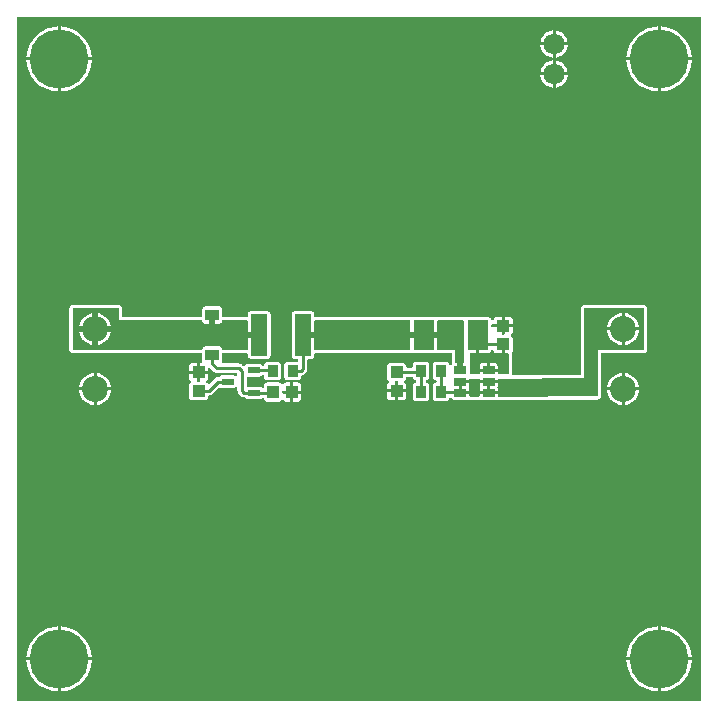
<source format=gtl>
G04 Layer: TopLayer*
G04 Panelize: , Column: 2, Row: 2, Board Size: 58.42mm x 58.42mm, Panelized Board Size: 118.84mm x 118.84mm*
G04 EasyEDA v6.5.34, 2023-08-01 23:33:27*
G04 e813da22b39b4b048ad4b72b4fcfa076,5a6b42c53f6a479593ecc07194224c93,10*
G04 Gerber Generator version 0.2*
G04 Scale: 100 percent, Rotated: No, Reflected: No *
G04 Dimensions in millimeters *
G04 leading zeros omitted , absolute positions ,4 integer and 5 decimal *
%FSLAX45Y45*%
%MOMM*%

%AMMACRO1*21,1,$1,$2,0,0,$3*%
%ADD10C,0.2540*%
%ADD11R,1.1000X1.0000*%
%ADD12R,0.8999X1.0000*%
%ADD13R,1.8000X2.5400*%
%ADD14R,1.0000X0.7000*%
%ADD15R,1.0000X1.1000*%
%ADD16R,1.1500X0.9500*%
%ADD17MACRO1,0.532X1.0375X90.0000*%
%ADD18MACRO1,3.4992X1.4067X-90.0000*%
%ADD19C,2.2000*%
%ADD20C,5.0000*%
%ADD21C,1.8000*%
%ADD22C,0.0188*%

%LPD*%
G36*
X5805932Y25908D02*
G01*
X36068Y26416D01*
X32156Y27178D01*
X28905Y29362D01*
X26670Y32664D01*
X25908Y36576D01*
X25908Y5805932D01*
X26670Y5809843D01*
X28905Y5813094D01*
X32156Y5815330D01*
X36068Y5816092D01*
X5805932Y5816092D01*
X5809843Y5815330D01*
X5813094Y5813094D01*
X5815330Y5809843D01*
X5816092Y5805932D01*
X5816092Y36068D01*
X5815330Y32207D01*
X5813094Y28905D01*
X5809843Y26670D01*
G37*

%LPC*%
G36*
X4584700Y5600700D02*
G01*
X4687112Y5600700D01*
X4686960Y5602528D01*
X4684268Y5616803D01*
X4679746Y5630672D01*
X4673549Y5643829D01*
X4665776Y5656122D01*
X4656480Y5667349D01*
X4645863Y5677306D01*
X4634077Y5685840D01*
X4621326Y5692851D01*
X4607814Y5698236D01*
X4593691Y5701842D01*
X4584700Y5702960D01*
G37*
G36*
X393700Y105562D02*
G01*
X398322Y105664D01*
X421284Y108051D01*
X443992Y112369D01*
X466242Y118618D01*
X487934Y126644D01*
X508812Y136499D01*
X528828Y148031D01*
X547827Y161239D01*
X565607Y175971D01*
X582117Y192125D01*
X597204Y209600D01*
X610819Y228295D01*
X622757Y248107D01*
X633018Y268782D01*
X641553Y290271D01*
X648208Y312369D01*
X653034Y334975D01*
X655929Y357936D01*
X656336Y368300D01*
X393700Y368300D01*
G37*
G36*
X5448300Y105613D02*
G01*
X5448300Y368300D01*
X5185410Y368300D01*
X5187289Y346405D01*
X5191150Y323646D01*
X5196890Y301244D01*
X5204460Y279450D01*
X5213858Y258317D01*
X5224983Y238099D01*
X5237784Y218846D01*
X5252161Y200710D01*
X5267960Y183896D01*
X5285130Y168402D01*
X5303520Y154432D01*
X5323027Y142087D01*
X5343499Y131368D01*
X5364835Y122428D01*
X5386781Y115265D01*
X5409285Y109982D01*
X5432145Y106629D01*
G37*
G36*
X368300Y105613D02*
G01*
X368300Y368300D01*
X105410Y368300D01*
X107289Y346405D01*
X111150Y323646D01*
X116890Y301244D01*
X124460Y279450D01*
X133858Y258317D01*
X144983Y238099D01*
X157784Y218846D01*
X172161Y200710D01*
X187960Y183896D01*
X205130Y168402D01*
X223520Y154432D01*
X243027Y142087D01*
X263499Y131368D01*
X284835Y122428D01*
X306781Y115265D01*
X329285Y109982D01*
X352145Y106629D01*
G37*
G36*
X5473700Y393700D02*
G01*
X5736336Y393700D01*
X5735929Y404063D01*
X5733034Y427024D01*
X5728208Y449630D01*
X5721553Y471728D01*
X5713018Y493217D01*
X5702757Y513892D01*
X5690819Y533704D01*
X5677204Y552348D01*
X5662117Y569874D01*
X5645607Y586028D01*
X5627827Y600760D01*
X5608828Y613968D01*
X5588812Y625500D01*
X5567934Y635355D01*
X5546242Y643382D01*
X5523992Y649630D01*
X5501284Y653948D01*
X5478322Y656336D01*
X5473700Y656437D01*
G37*
G36*
X393700Y393700D02*
G01*
X656336Y393700D01*
X655929Y404063D01*
X653034Y427024D01*
X648208Y449630D01*
X641553Y471728D01*
X633018Y493217D01*
X622757Y513892D01*
X610819Y533704D01*
X597204Y552348D01*
X582117Y569874D01*
X565607Y586028D01*
X547827Y600760D01*
X528828Y613968D01*
X508812Y625500D01*
X487934Y635355D01*
X466242Y643382D01*
X443992Y649630D01*
X421284Y653948D01*
X398322Y656336D01*
X393700Y656437D01*
G37*
G36*
X5185410Y393700D02*
G01*
X5448300Y393700D01*
X5448300Y656386D01*
X5432145Y655370D01*
X5409285Y652018D01*
X5386781Y646734D01*
X5364835Y639572D01*
X5343499Y630631D01*
X5323027Y619912D01*
X5303520Y607568D01*
X5285130Y593598D01*
X5267960Y578104D01*
X5252161Y561289D01*
X5237784Y543153D01*
X5224983Y523900D01*
X5213858Y503682D01*
X5204460Y482549D01*
X5196890Y460756D01*
X5191150Y438353D01*
X5187289Y415594D01*
G37*
G36*
X105410Y393700D02*
G01*
X368300Y393700D01*
X368300Y656386D01*
X352145Y655370D01*
X329285Y652018D01*
X306781Y646734D01*
X284835Y639572D01*
X263499Y630631D01*
X243027Y619912D01*
X223520Y607568D01*
X205130Y593598D01*
X187960Y578104D01*
X172161Y561289D01*
X157784Y543153D01*
X144983Y523900D01*
X133858Y503682D01*
X124460Y482549D01*
X116890Y460756D01*
X111150Y438353D01*
X107289Y415594D01*
G37*
G36*
X698500Y2531821D02*
G01*
X701598Y2532024D01*
X717143Y2534767D01*
X732282Y2539288D01*
X746760Y2545537D01*
X760476Y2553462D01*
X773125Y2562910D01*
X784656Y2573731D01*
X794816Y2585872D01*
X803503Y2599029D01*
X810564Y2613152D01*
X816000Y2628036D01*
X819607Y2643378D01*
X820877Y2654300D01*
X698500Y2654300D01*
G37*
G36*
X673100Y2531821D02*
G01*
X673100Y2654300D01*
X550722Y2654300D01*
X551992Y2643378D01*
X555599Y2628036D01*
X561035Y2613152D01*
X568096Y2599029D01*
X576783Y2585872D01*
X586943Y2573731D01*
X598424Y2562910D01*
X611124Y2553462D01*
X624789Y2545537D01*
X639318Y2539288D01*
X654456Y2534767D01*
X670001Y2532024D01*
G37*
G36*
X5143500Y2531872D02*
G01*
X5143500Y2654300D01*
X5021122Y2654300D01*
X5022392Y2643428D01*
X5025999Y2628036D01*
X5031435Y2613202D01*
X5038496Y2599080D01*
X5047183Y2585872D01*
X5057343Y2573731D01*
X5068874Y2562910D01*
X5081524Y2553462D01*
X5095240Y2545588D01*
X5109718Y2539288D01*
X5124856Y2534767D01*
X5140452Y2532024D01*
G37*
G36*
X5168900Y2531872D02*
G01*
X5171998Y2532024D01*
X5187543Y2534767D01*
X5202682Y2539288D01*
X5217210Y2545588D01*
X5230876Y2553462D01*
X5243576Y2562910D01*
X5255056Y2573731D01*
X5265216Y2585872D01*
X5273903Y2599080D01*
X5280964Y2613202D01*
X5286400Y2628036D01*
X5290007Y2643428D01*
X5291277Y2654300D01*
X5168900Y2654300D01*
G37*
G36*
X2366010Y2559913D02*
G01*
X2402738Y2559913D01*
X2409037Y2560624D01*
X2414524Y2562555D01*
X2419400Y2565603D01*
X2423515Y2569718D01*
X2426563Y2574594D01*
X2428494Y2580081D01*
X2429205Y2586380D01*
X2429205Y2628138D01*
X2366010Y2628138D01*
G37*
G36*
X2143861Y2559913D02*
G01*
X2242718Y2559913D01*
X2249068Y2560624D01*
X2254504Y2562555D01*
X2259431Y2565603D01*
X2263495Y2569718D01*
X2264714Y2571597D01*
X2267508Y2574544D01*
X2271268Y2576169D01*
X2275332Y2576169D01*
X2279091Y2574544D01*
X2281885Y2571597D01*
X2283104Y2569718D01*
X2287168Y2565603D01*
X2292096Y2562555D01*
X2297531Y2560624D01*
X2303881Y2559913D01*
X2340610Y2559913D01*
X2340610Y2628138D01*
X2279396Y2628138D01*
X2275484Y2628900D01*
X2272182Y2631084D01*
X2269998Y2634386D01*
X2269236Y2638298D01*
X2269236Y2643378D01*
X2269998Y2647238D01*
X2272182Y2650540D01*
X2275484Y2652776D01*
X2279396Y2653538D01*
X2340610Y2653538D01*
X2340610Y2721711D01*
X2303881Y2721711D01*
X2297531Y2721000D01*
X2292096Y2719120D01*
X2287168Y2716022D01*
X2283104Y2711958D01*
X2281885Y2710027D01*
X2279091Y2707081D01*
X2275332Y2705506D01*
X2271268Y2705506D01*
X2267508Y2707081D01*
X2264714Y2710027D01*
X2263495Y2711958D01*
X2259431Y2716022D01*
X2254504Y2719120D01*
X2249068Y2721000D01*
X2242718Y2721711D01*
X2143861Y2721711D01*
X2137562Y2721000D01*
X2132076Y2719120D01*
X2127199Y2716022D01*
X2123084Y2711958D01*
X2120036Y2707030D01*
X2118106Y2701594D01*
X2117394Y2695244D01*
X2117394Y2684475D01*
X2116632Y2680563D01*
X2114448Y2677312D01*
X2111146Y2675077D01*
X2107234Y2674315D01*
X2103374Y2675077D01*
X2100072Y2677312D01*
X2095804Y2681528D01*
X2090928Y2684627D01*
X2085441Y2686507D01*
X2079142Y2687218D01*
X1979168Y2687218D01*
X1975307Y2688031D01*
X1972005Y2690215D01*
X1969770Y2693517D01*
X1969007Y2697378D01*
X1969007Y2762046D01*
X1969770Y2765958D01*
X1972005Y2769260D01*
X1975307Y2771444D01*
X1979168Y2772206D01*
X2079142Y2772206D01*
X2085441Y2772918D01*
X2090928Y2774848D01*
X2095804Y2777947D01*
X2100021Y2782163D01*
X2103323Y2784348D01*
X2107234Y2785110D01*
X2111095Y2784348D01*
X2114397Y2782163D01*
X2116632Y2778861D01*
X2117394Y2774950D01*
X2117394Y2769209D01*
X2118106Y2762859D01*
X2119985Y2757424D01*
X2123084Y2752496D01*
X2127199Y2748432D01*
X2132076Y2745333D01*
X2137562Y2743403D01*
X2143861Y2742692D01*
X2232710Y2742692D01*
X2239060Y2743403D01*
X2244496Y2745333D01*
X2249424Y2748432D01*
X2253488Y2752496D01*
X2256586Y2757424D01*
X2258466Y2762859D01*
X2259177Y2769209D01*
X2259177Y2868066D01*
X2258466Y2874365D01*
X2256586Y2879852D01*
X2253488Y2884728D01*
X2249424Y2888843D01*
X2244496Y2891891D01*
X2239060Y2893822D01*
X2232710Y2894533D01*
X2143861Y2894533D01*
X2137562Y2893822D01*
X2132076Y2891891D01*
X2127199Y2888843D01*
X2123084Y2884728D01*
X2119985Y2879852D01*
X2118106Y2874365D01*
X2116785Y2869133D01*
X2114448Y2866186D01*
X2111197Y2864307D01*
X2107438Y2863748D01*
X2103780Y2864561D01*
X2100630Y2866694D01*
X2095804Y2871520D01*
X2090928Y2874619D01*
X2085441Y2876550D01*
X2079142Y2877261D01*
X1976526Y2877261D01*
X1970176Y2876550D01*
X1964740Y2874619D01*
X1959813Y2871520D01*
X1955749Y2867456D01*
X1952548Y2863545D01*
X1949297Y2861919D01*
X1945690Y2861513D01*
X1942185Y2862376D01*
X1939188Y2864459D01*
X1932635Y2870962D01*
X1926437Y2876092D01*
X1919782Y2879648D01*
X1912518Y2881833D01*
X1904492Y2882646D01*
X1767027Y2882646D01*
X1763217Y2883357D01*
X1760016Y2885440D01*
X1757781Y2888589D01*
X1756867Y2892348D01*
X1757425Y2896158D01*
X1759102Y2900934D01*
X1759813Y2907233D01*
X1759813Y2960522D01*
X1760575Y2964434D01*
X1762810Y2967736D01*
X1766062Y2969920D01*
X1769973Y2970682D01*
X1968855Y2970580D01*
X1972767Y2969818D01*
X1976069Y2967634D01*
X1978253Y2964332D01*
X1979015Y2960420D01*
X1979015Y2949041D01*
X1979726Y2942691D01*
X1981657Y2937256D01*
X1984705Y2932379D01*
X1988820Y2928264D01*
X1993696Y2925165D01*
X1999183Y2923286D01*
X2005482Y2922574D01*
X2145030Y2922574D01*
X2151329Y2923286D01*
X2156815Y2925165D01*
X2161692Y2928264D01*
X2165807Y2932379D01*
X2168906Y2937256D01*
X2170785Y2942691D01*
X2171496Y2949041D01*
X2171496Y3297834D01*
X2170785Y3304133D01*
X2168906Y3309620D01*
X2165807Y3314496D01*
X2161692Y3318611D01*
X2156815Y3321659D01*
X2151329Y3323590D01*
X2145030Y3324301D01*
X2005482Y3324301D01*
X1999183Y3323590D01*
X1993696Y3321659D01*
X1988820Y3318611D01*
X1984705Y3314496D01*
X1981657Y3309620D01*
X1979726Y3304133D01*
X1979015Y3297834D01*
X1979015Y3286607D01*
X1978253Y3282696D01*
X1976069Y3279394D01*
X1972767Y3277209D01*
X1968855Y3276447D01*
X1769973Y3276549D01*
X1766062Y3277311D01*
X1762760Y3279546D01*
X1760575Y3282848D01*
X1759813Y3286709D01*
X1759813Y3339592D01*
X1759102Y3345942D01*
X1757172Y3351377D01*
X1754124Y3356305D01*
X1750009Y3360369D01*
X1745132Y3363468D01*
X1739646Y3365347D01*
X1733346Y3366058D01*
X1619453Y3366058D01*
X1613154Y3365347D01*
X1607667Y3363468D01*
X1602790Y3360369D01*
X1598676Y3356305D01*
X1595628Y3351377D01*
X1593697Y3345942D01*
X1592986Y3339592D01*
X1592986Y3286810D01*
X1592224Y3282950D01*
X1589989Y3279648D01*
X1586738Y3277463D01*
X1582826Y3276650D01*
X925068Y3277057D01*
X921156Y3277870D01*
X917854Y3280054D01*
X915669Y3283356D01*
X914908Y3287217D01*
X914908Y3352241D01*
X914196Y3358540D01*
X912266Y3364026D01*
X909218Y3368903D01*
X905103Y3373018D01*
X900226Y3376066D01*
X894740Y3377996D01*
X888441Y3378708D01*
X495858Y3378708D01*
X489559Y3377996D01*
X484073Y3376066D01*
X479196Y3373018D01*
X475081Y3368903D01*
X472033Y3364026D01*
X470103Y3358540D01*
X469392Y3352241D01*
X469392Y2997758D01*
X470103Y2991459D01*
X472033Y2985973D01*
X475081Y2981096D01*
X479196Y2976981D01*
X484073Y2973933D01*
X489559Y2972003D01*
X495858Y2971292D01*
X1582826Y2970784D01*
X1586738Y2970022D01*
X1590040Y2967786D01*
X1592224Y2964484D01*
X1592986Y2960624D01*
X1592986Y2907233D01*
X1593697Y2900934D01*
X1594307Y2899156D01*
X1594866Y2895346D01*
X1594002Y2891586D01*
X1591767Y2888437D01*
X1588516Y2886354D01*
X1584756Y2885643D01*
X1574800Y2885643D01*
X1574800Y2822448D01*
X1643024Y2822448D01*
X1643024Y2836418D01*
X1643786Y2840278D01*
X1645970Y2843580D01*
X1649272Y2845765D01*
X1653184Y2846578D01*
X1657045Y2845765D01*
X1660347Y2843580D01*
X1686864Y2817063D01*
X1693062Y2811983D01*
X1699768Y2808427D01*
X1706981Y2806192D01*
X1715007Y2805430D01*
X1881632Y2805430D01*
X1885543Y2804668D01*
X1888845Y2802432D01*
X1891030Y2799130D01*
X1891792Y2795270D01*
X1891792Y2784703D01*
X1890877Y2780538D01*
X1888337Y2777083D01*
X1884578Y2775000D01*
X1880260Y2774645D01*
X1876247Y2776118D01*
X1870659Y2779623D01*
X1865223Y2781503D01*
X1858873Y2782214D01*
X1756257Y2782214D01*
X1749958Y2781503D01*
X1744472Y2779623D01*
X1739646Y2776575D01*
X1734566Y2771394D01*
X1731670Y2769362D01*
X1728266Y2768396D01*
X1719681Y2767533D01*
X1712468Y2765348D01*
X1705762Y2761792D01*
X1699564Y2756662D01*
X1654556Y2711704D01*
X1651609Y2709621D01*
X1648104Y2708757D01*
X1644497Y2709164D01*
X1641246Y2710789D01*
X1638807Y2713482D01*
X1637283Y2715869D01*
X1633220Y2719933D01*
X1631340Y2721152D01*
X1628394Y2723946D01*
X1626768Y2727706D01*
X1626768Y2731770D01*
X1628394Y2735529D01*
X1631340Y2738323D01*
X1633220Y2739542D01*
X1637283Y2743606D01*
X1640382Y2748534D01*
X1642313Y2753969D01*
X1643024Y2760319D01*
X1643024Y2797048D01*
X1574800Y2797048D01*
X1574800Y2735783D01*
X1574038Y2731922D01*
X1571802Y2728620D01*
X1568551Y2726436D01*
X1564640Y2725623D01*
X1559560Y2725623D01*
X1555648Y2726436D01*
X1552397Y2728620D01*
X1550162Y2731922D01*
X1549400Y2735783D01*
X1549400Y2797048D01*
X1481175Y2797048D01*
X1481175Y2760319D01*
X1481886Y2753969D01*
X1483817Y2748534D01*
X1486916Y2743606D01*
X1490980Y2739542D01*
X1492859Y2738323D01*
X1495806Y2735529D01*
X1497431Y2731770D01*
X1497431Y2727706D01*
X1495806Y2723946D01*
X1492859Y2721152D01*
X1490980Y2719933D01*
X1486916Y2715869D01*
X1483817Y2710942D01*
X1481886Y2705506D01*
X1481175Y2699156D01*
X1481175Y2600299D01*
X1481886Y2594000D01*
X1483817Y2588514D01*
X1486916Y2583637D01*
X1490980Y2579522D01*
X1495907Y2576474D01*
X1501343Y2574544D01*
X1507693Y2573832D01*
X1616506Y2573832D01*
X1622856Y2574544D01*
X1628292Y2576474D01*
X1633220Y2579522D01*
X1637283Y2583637D01*
X1640382Y2588514D01*
X1642313Y2594000D01*
X1643024Y2601569D01*
X1643684Y2605227D01*
X1645615Y2608376D01*
X1648612Y2610612D01*
X1652168Y2611678D01*
X1654708Y2611932D01*
X1661972Y2614117D01*
X1668627Y2617673D01*
X1674875Y2622804D01*
X1731060Y2678988D01*
X1733804Y2680919D01*
X1737106Y2681884D01*
X1740458Y2681681D01*
X1744472Y2679852D01*
X1749958Y2677922D01*
X1756257Y2677210D01*
X1858873Y2677210D01*
X1865223Y2677922D01*
X1870659Y2679852D01*
X1876247Y2683357D01*
X1880260Y2684830D01*
X1884578Y2684475D01*
X1888337Y2682392D01*
X1890877Y2678938D01*
X1891792Y2674721D01*
X1891792Y2654046D01*
X1892604Y2646019D01*
X1894789Y2638755D01*
X1898345Y2632100D01*
X1903475Y2625852D01*
X1921560Y2607767D01*
X1927758Y2602687D01*
X1934413Y2599131D01*
X1941677Y2596896D01*
X1948434Y2596235D01*
X1951837Y2595270D01*
X1954733Y2593238D01*
X1959914Y2587853D01*
X1964740Y2584856D01*
X1970176Y2582926D01*
X1976526Y2582214D01*
X2079142Y2582214D01*
X2085441Y2582926D01*
X2090928Y2584856D01*
X2095804Y2587904D01*
X2100122Y2592273D01*
X2103272Y2594356D01*
X2106930Y2595219D01*
X2110689Y2594660D01*
X2113940Y2592781D01*
X2116328Y2589834D01*
X2117445Y2586228D01*
X2118106Y2580081D01*
X2120036Y2574594D01*
X2123084Y2569718D01*
X2127199Y2565603D01*
X2132076Y2562555D01*
X2137562Y2560624D01*
G37*
G36*
X4456887Y5600700D02*
G01*
X4559300Y5600700D01*
X4559300Y5702960D01*
X4550308Y5701842D01*
X4536186Y5698236D01*
X4522673Y5692851D01*
X4509922Y5685840D01*
X4498136Y5677306D01*
X4487519Y5667349D01*
X4478223Y5656122D01*
X4470450Y5643829D01*
X4464253Y5630672D01*
X4459732Y5616803D01*
X4457039Y5602528D01*
G37*
G36*
X3401161Y2565704D02*
G01*
X3490010Y2565704D01*
X3496360Y2566416D01*
X3501796Y2568295D01*
X3506724Y2571394D01*
X3510787Y2575509D01*
X3513886Y2580386D01*
X3515817Y2585872D01*
X3516528Y2592171D01*
X3516528Y2691028D01*
X3515817Y2697327D01*
X3513886Y2702814D01*
X3510787Y2707690D01*
X3506724Y2711805D01*
X3501796Y2714904D01*
X3496360Y2716784D01*
X3493211Y2717139D01*
X3489706Y2718206D01*
X3486759Y2720492D01*
X3484879Y2723642D01*
X3484168Y2727248D01*
X3484168Y2733751D01*
X3484879Y2737358D01*
X3486759Y2740507D01*
X3489706Y2742793D01*
X3493211Y2743860D01*
X3496310Y2744216D01*
X3501796Y2746095D01*
X3506673Y2749194D01*
X3510787Y2753258D01*
X3513886Y2758186D01*
X3515766Y2763621D01*
X3516477Y2769971D01*
X3516477Y2868828D01*
X3515766Y2875127D01*
X3513886Y2880614D01*
X3510787Y2885490D01*
X3506673Y2889605D01*
X3501796Y2892653D01*
X3496310Y2894584D01*
X3490010Y2895295D01*
X3401161Y2895295D01*
X3394811Y2894584D01*
X3389376Y2892653D01*
X3384499Y2889605D01*
X3380384Y2885490D01*
X3377285Y2880614D01*
X3375406Y2875127D01*
X3374694Y2868828D01*
X3374694Y2858465D01*
X3373882Y2854604D01*
X3371697Y2851302D01*
X3368395Y2849118D01*
X3364534Y2848305D01*
X3329584Y2848305D01*
X3325926Y2849016D01*
X3322726Y2850946D01*
X3320491Y2853944D01*
X3319475Y2857500D01*
X3318662Y2865526D01*
X3316782Y2870911D01*
X3313684Y2875838D01*
X3309620Y2879902D01*
X3304692Y2883001D01*
X3299256Y2884932D01*
X3292906Y2885643D01*
X3184093Y2885643D01*
X3177743Y2884932D01*
X3172307Y2883001D01*
X3167380Y2879902D01*
X3163316Y2875838D01*
X3160217Y2870911D01*
X3158286Y2865475D01*
X3157575Y2859125D01*
X3157575Y2760268D01*
X3158286Y2753969D01*
X3160217Y2748483D01*
X3163316Y2743606D01*
X3167380Y2739491D01*
X3169259Y2738323D01*
X3172206Y2735529D01*
X3173831Y2731770D01*
X3173831Y2727706D01*
X3172206Y2723946D01*
X3169259Y2721102D01*
X3167380Y2719933D01*
X3163316Y2715818D01*
X3160217Y2710942D01*
X3158286Y2705506D01*
X3157575Y2699156D01*
X3157575Y2662428D01*
X3225800Y2662428D01*
X3225800Y2723642D01*
X3226562Y2727553D01*
X3228797Y2730855D01*
X3232048Y2733040D01*
X3235960Y2733802D01*
X3241040Y2733802D01*
X3244951Y2733040D01*
X3248202Y2730855D01*
X3250438Y2727553D01*
X3251200Y2723642D01*
X3251200Y2662428D01*
X3319424Y2662428D01*
X3319424Y2699156D01*
X3318713Y2705506D01*
X3316782Y2710942D01*
X3313684Y2715818D01*
X3309620Y2719933D01*
X3307740Y2721102D01*
X3304794Y2723946D01*
X3303168Y2727706D01*
X3303168Y2731770D01*
X3304794Y2735529D01*
X3307740Y2738323D01*
X3309620Y2739491D01*
X3313684Y2743606D01*
X3316782Y2748483D01*
X3318662Y2753918D01*
X3319475Y2761945D01*
X3320491Y2765501D01*
X3322726Y2768498D01*
X3325926Y2770428D01*
X3329584Y2771089D01*
X3365550Y2771089D01*
X3369614Y2770276D01*
X3373018Y2767838D01*
X3375151Y2764332D01*
X3377285Y2758186D01*
X3380384Y2753258D01*
X3384499Y2749194D01*
X3389376Y2746095D01*
X3394811Y2744216D01*
X3397961Y2743860D01*
X3401466Y2742793D01*
X3404412Y2740507D01*
X3406292Y2737358D01*
X3406952Y2733751D01*
X3406952Y2727248D01*
X3406292Y2723642D01*
X3404412Y2720492D01*
X3401466Y2718206D01*
X3397961Y2717139D01*
X3394862Y2716784D01*
X3389376Y2714904D01*
X3384499Y2711805D01*
X3380384Y2707690D01*
X3377336Y2702814D01*
X3375406Y2697327D01*
X3374694Y2691028D01*
X3374694Y2592171D01*
X3375406Y2585872D01*
X3377336Y2580386D01*
X3380384Y2575509D01*
X3384499Y2571394D01*
X3389376Y2568295D01*
X3394862Y2566416D01*
G37*
G36*
X3571189Y2565704D02*
G01*
X3660038Y2565704D01*
X3666337Y2566416D01*
X3671824Y2568295D01*
X3676700Y2571394D01*
X3680815Y2575509D01*
X3683863Y2580386D01*
X3686149Y2586939D01*
X3687419Y2589377D01*
X3689908Y2591917D01*
X3693718Y2593898D01*
X3697986Y2594152D01*
X3701999Y2592578D01*
X3704996Y2589530D01*
X3708704Y2583637D01*
X3712768Y2579522D01*
X3717696Y2576474D01*
X3723132Y2574544D01*
X3729482Y2573832D01*
X3828338Y2573832D01*
X3834637Y2574544D01*
X3839514Y2576271D01*
X3842867Y2576830D01*
X3954932Y2576830D01*
X3958285Y2576271D01*
X3963162Y2574544D01*
X3969461Y2573832D01*
X4068318Y2573832D01*
X4074668Y2574544D01*
X4079494Y2576271D01*
X4082846Y2576830D01*
X4939741Y2577592D01*
X4946040Y2578303D01*
X4951526Y2580233D01*
X4956403Y2583281D01*
X4960518Y2587396D01*
X4963566Y2592273D01*
X4965496Y2597759D01*
X4966208Y2604058D01*
X4966208Y2961132D01*
X4966970Y2964992D01*
X4969154Y2968294D01*
X4972456Y2970530D01*
X4976368Y2971292D01*
X5333441Y2971292D01*
X5339740Y2972003D01*
X5345226Y2973933D01*
X5350103Y2976981D01*
X5354218Y2981096D01*
X5357266Y2985973D01*
X5359196Y2991459D01*
X5359908Y2997758D01*
X5359908Y3352241D01*
X5359196Y3358540D01*
X5357266Y3364026D01*
X5354218Y3368903D01*
X5350103Y3373018D01*
X5345226Y3376066D01*
X5339740Y3377996D01*
X5333441Y3378708D01*
X4826558Y3378708D01*
X4820259Y3377996D01*
X4814773Y3376066D01*
X4809896Y3373018D01*
X4805781Y3368903D01*
X4802682Y3364026D01*
X4800803Y3358540D01*
X4800092Y3352241D01*
X4800092Y2791917D01*
X4799330Y2788056D01*
X4797094Y2784754D01*
X4793792Y2782570D01*
X4789932Y2781757D01*
X4226864Y2781401D01*
X4222750Y2782265D01*
X4219295Y2784754D01*
X4217212Y2788462D01*
X4216908Y2793796D01*
X4216908Y2976778D01*
X4217314Y2979572D01*
X4218482Y2982214D01*
X4220413Y2987700D01*
X4221124Y2993999D01*
X4221124Y3092856D01*
X4220413Y3099206D01*
X4218482Y3104642D01*
X4215384Y3109518D01*
X4208526Y3116783D01*
X4206494Y3119780D01*
X4205579Y3123285D01*
X4205986Y3126892D01*
X4207662Y3130143D01*
X4211320Y3133191D01*
X4215384Y3137306D01*
X4218482Y3142183D01*
X4220413Y3147669D01*
X4221124Y3153968D01*
X4221124Y3190697D01*
X4152900Y3190697D01*
X4152900Y3134106D01*
X4152137Y3130194D01*
X4149902Y3126892D01*
X4146651Y3124708D01*
X4142740Y3123946D01*
X4137660Y3123946D01*
X4133748Y3124708D01*
X4130497Y3126892D01*
X4128262Y3130194D01*
X4127500Y3134106D01*
X4127500Y3190697D01*
X4050284Y3190697D01*
X4046372Y3191510D01*
X4043070Y3193694D01*
X4040886Y3196996D01*
X4040124Y3200857D01*
X4040124Y3205937D01*
X4040886Y3209848D01*
X4043070Y3213150D01*
X4046372Y3215335D01*
X4050284Y3216097D01*
X4127500Y3216097D01*
X4127500Y3279343D01*
X4085793Y3279343D01*
X4079443Y3278632D01*
X4074007Y3276701D01*
X4069079Y3273602D01*
X4065015Y3269538D01*
X4061917Y3264611D01*
X4059986Y3259175D01*
X4059631Y3255822D01*
X4058310Y3251809D01*
X4055465Y3248710D01*
X4051655Y3246983D01*
X4047439Y3246983D01*
X4043578Y3248710D01*
X4040733Y3251809D01*
X4037482Y3261664D01*
X4034383Y3266541D01*
X4030319Y3270656D01*
X4025392Y3273704D01*
X4019956Y3275634D01*
X4013606Y3276346D01*
X3834790Y3276346D01*
X3828440Y3275634D01*
X3825443Y3274567D01*
X3822090Y3274009D01*
X3818737Y3274567D01*
X3815740Y3275634D01*
X3809441Y3276346D01*
X2552344Y3276346D01*
X2548432Y3277108D01*
X2545130Y3279292D01*
X2542946Y3282594D01*
X2542184Y3286506D01*
X2542184Y3297834D01*
X2541473Y3304133D01*
X2539542Y3309620D01*
X2536494Y3314496D01*
X2532380Y3318611D01*
X2527503Y3321659D01*
X2522016Y3323590D01*
X2515717Y3324301D01*
X2376170Y3324301D01*
X2369870Y3323590D01*
X2364384Y3321659D01*
X2359507Y3318611D01*
X2355392Y3314496D01*
X2352294Y3309620D01*
X2350414Y3304133D01*
X2349703Y3297834D01*
X2349703Y2949041D01*
X2350414Y2942691D01*
X2352294Y2937256D01*
X2355392Y2932379D01*
X2359507Y2928264D01*
X2364384Y2925165D01*
X2369870Y2923286D01*
X2376170Y2922574D01*
X2397150Y2922574D01*
X2401062Y2921762D01*
X2404364Y2919577D01*
X2406548Y2916275D01*
X2407310Y2912414D01*
X2407310Y2904693D01*
X2406548Y2900781D01*
X2404364Y2897530D01*
X2401062Y2895295D01*
X2397150Y2894533D01*
X2313889Y2894533D01*
X2307539Y2893822D01*
X2302103Y2891891D01*
X2297176Y2888843D01*
X2293112Y2884728D01*
X2290013Y2879852D01*
X2288082Y2874365D01*
X2287371Y2868066D01*
X2287371Y2769209D01*
X2288082Y2762859D01*
X2290013Y2757424D01*
X2293112Y2752496D01*
X2297176Y2748432D01*
X2302103Y2745333D01*
X2307539Y2743403D01*
X2313889Y2742692D01*
X2402738Y2742692D01*
X2409037Y2743403D01*
X2414524Y2745333D01*
X2419400Y2748432D01*
X2423515Y2752496D01*
X2426563Y2757424D01*
X2428494Y2762859D01*
X2429205Y2769209D01*
X2429205Y2772054D01*
X2430119Y2776220D01*
X2432659Y2779674D01*
X2436418Y2781757D01*
X2440482Y2783027D01*
X2447137Y2786583D01*
X2453335Y2791663D01*
X2472893Y2811221D01*
X2477973Y2817418D01*
X2481580Y2824124D01*
X2483764Y2831338D01*
X2484526Y2839364D01*
X2484526Y2912414D01*
X2485339Y2916275D01*
X2487523Y2919577D01*
X2490825Y2921762D01*
X2494686Y2922574D01*
X2515717Y2922574D01*
X2522016Y2923286D01*
X2527503Y2925165D01*
X2532380Y2928264D01*
X2536494Y2932379D01*
X2539542Y2937256D01*
X2541473Y2942691D01*
X2542184Y2949041D01*
X2542184Y2960370D01*
X2542946Y2964230D01*
X2545130Y2967532D01*
X2548432Y2969768D01*
X2552344Y2970530D01*
X3697732Y2970530D01*
X3701643Y2969768D01*
X3704894Y2967532D01*
X3707129Y2964230D01*
X3707892Y2960370D01*
X3707892Y2877464D01*
X3707587Y2874975D01*
X3704996Y2869590D01*
X3702253Y2866339D01*
X3698392Y2864561D01*
X3694125Y2864459D01*
X3690213Y2866136D01*
X3687318Y2869285D01*
X3685997Y2873298D01*
X3685794Y2875127D01*
X3683863Y2880614D01*
X3680764Y2885490D01*
X3676700Y2889605D01*
X3671773Y2892653D01*
X3666337Y2894584D01*
X3659987Y2895295D01*
X3571138Y2895295D01*
X3564839Y2894584D01*
X3559352Y2892653D01*
X3554476Y2889605D01*
X3550361Y2885490D01*
X3547313Y2880614D01*
X3545382Y2875127D01*
X3544671Y2868828D01*
X3544671Y2769971D01*
X3545382Y2763621D01*
X3547313Y2758186D01*
X3550361Y2753258D01*
X3554476Y2749194D01*
X3559352Y2746095D01*
X3564839Y2744216D01*
X3567937Y2743860D01*
X3571494Y2742793D01*
X3574389Y2740507D01*
X3576320Y2737358D01*
X3576980Y2733751D01*
X3576980Y2727248D01*
X3576320Y2723642D01*
X3574389Y2720492D01*
X3571494Y2718206D01*
X3567937Y2717139D01*
X3564839Y2716784D01*
X3559403Y2714904D01*
X3554476Y2711805D01*
X3550412Y2707690D01*
X3547313Y2702814D01*
X3545433Y2697327D01*
X3544722Y2691028D01*
X3544722Y2592171D01*
X3545433Y2585872D01*
X3547313Y2580386D01*
X3550412Y2575509D01*
X3554476Y2571394D01*
X3559403Y2568295D01*
X3564839Y2566416D01*
G37*
G36*
X3251200Y2573832D02*
G01*
X3292906Y2573832D01*
X3299256Y2574544D01*
X3304692Y2576423D01*
X3309620Y2579522D01*
X3313684Y2583637D01*
X3316782Y2588514D01*
X3318713Y2594000D01*
X3319424Y2600299D01*
X3319424Y2637028D01*
X3251200Y2637028D01*
G37*
G36*
X3184093Y2573832D02*
G01*
X3225800Y2573832D01*
X3225800Y2637028D01*
X3157575Y2637028D01*
X3157575Y2600299D01*
X3158286Y2594000D01*
X3160217Y2588514D01*
X3163316Y2583637D01*
X3167380Y2579522D01*
X3172307Y2576423D01*
X3177743Y2574544D01*
G37*
G36*
X105410Y5473700D02*
G01*
X368300Y5473700D01*
X368300Y5736386D01*
X352145Y5735370D01*
X329285Y5732018D01*
X306781Y5726734D01*
X284835Y5719572D01*
X263499Y5710631D01*
X243027Y5699912D01*
X223520Y5687568D01*
X205130Y5673598D01*
X187960Y5658104D01*
X172161Y5641289D01*
X157784Y5623153D01*
X144983Y5603900D01*
X133858Y5583682D01*
X124460Y5562549D01*
X116890Y5540756D01*
X111150Y5518353D01*
X107289Y5495594D01*
G37*
G36*
X5185410Y5473700D02*
G01*
X5448300Y5473700D01*
X5448300Y5736386D01*
X5432145Y5735370D01*
X5409285Y5732018D01*
X5386781Y5726734D01*
X5364835Y5719572D01*
X5343499Y5710631D01*
X5323027Y5699912D01*
X5303520Y5687568D01*
X5285130Y5673598D01*
X5267960Y5658104D01*
X5252161Y5641289D01*
X5237784Y5623153D01*
X5224983Y5603900D01*
X5213858Y5583682D01*
X5204460Y5562549D01*
X5196890Y5540756D01*
X5191150Y5518353D01*
X5187289Y5495594D01*
G37*
G36*
X5473700Y5473700D02*
G01*
X5736336Y5473700D01*
X5735929Y5484063D01*
X5733034Y5507024D01*
X5728208Y5529630D01*
X5721553Y5551728D01*
X5713018Y5573217D01*
X5702757Y5593892D01*
X5690819Y5613704D01*
X5677204Y5632348D01*
X5662117Y5649874D01*
X5645607Y5666028D01*
X5627827Y5680760D01*
X5608828Y5693968D01*
X5588812Y5705500D01*
X5567934Y5715355D01*
X5546242Y5723382D01*
X5523992Y5729630D01*
X5501284Y5733948D01*
X5478322Y5736336D01*
X5473700Y5736437D01*
G37*
G36*
X393700Y5473700D02*
G01*
X656336Y5473700D01*
X655929Y5484063D01*
X653034Y5507024D01*
X648208Y5529630D01*
X641553Y5551728D01*
X633018Y5573217D01*
X622757Y5593892D01*
X610819Y5613704D01*
X597204Y5632348D01*
X582117Y5649874D01*
X565607Y5666028D01*
X547827Y5680760D01*
X528828Y5693968D01*
X508812Y5705500D01*
X487934Y5715355D01*
X466242Y5723382D01*
X443992Y5729630D01*
X421284Y5733948D01*
X398322Y5736336D01*
X393700Y5736437D01*
G37*
G36*
X4559300Y5473039D02*
G01*
X4559300Y5575300D01*
X4456887Y5575300D01*
X4457039Y5573471D01*
X4459732Y5559196D01*
X4464253Y5545328D01*
X4470450Y5532170D01*
X4478223Y5519877D01*
X4487519Y5508650D01*
X4498136Y5498693D01*
X4509922Y5490159D01*
X4522673Y5483148D01*
X4536186Y5477764D01*
X4550308Y5474157D01*
G37*
G36*
X4584700Y5473039D02*
G01*
X4593691Y5474157D01*
X4607814Y5477764D01*
X4621326Y5483148D01*
X4634077Y5490159D01*
X4645863Y5498693D01*
X4656480Y5508650D01*
X4665776Y5519877D01*
X4673549Y5532170D01*
X4679746Y5545328D01*
X4684268Y5559196D01*
X4686960Y5573471D01*
X4687112Y5575300D01*
X4584700Y5575300D01*
G37*
G36*
X4584700Y5346700D02*
G01*
X4687112Y5346700D01*
X4686960Y5348528D01*
X4684268Y5362803D01*
X4679746Y5376672D01*
X4673549Y5389829D01*
X4665776Y5402122D01*
X4656480Y5413349D01*
X4645863Y5423306D01*
X4634077Y5431840D01*
X4621326Y5438851D01*
X4607814Y5444236D01*
X4593691Y5447842D01*
X4584700Y5448960D01*
G37*
G36*
X4456887Y5346700D02*
G01*
X4559300Y5346700D01*
X4559300Y5448960D01*
X4550308Y5447842D01*
X4536186Y5444236D01*
X4522673Y5438851D01*
X4509922Y5431840D01*
X4498136Y5423306D01*
X4487519Y5413349D01*
X4478223Y5402122D01*
X4470450Y5389829D01*
X4464253Y5376672D01*
X4459732Y5362803D01*
X4457039Y5348528D01*
G37*
G36*
X4584700Y5219039D02*
G01*
X4593691Y5220157D01*
X4607814Y5223764D01*
X4621326Y5229148D01*
X4634077Y5236159D01*
X4645863Y5244693D01*
X4656480Y5254650D01*
X4665776Y5265877D01*
X4673549Y5278170D01*
X4679746Y5291328D01*
X4684268Y5305196D01*
X4686960Y5319471D01*
X4687112Y5321300D01*
X4584700Y5321300D01*
G37*
G36*
X4559300Y5219039D02*
G01*
X4559300Y5321300D01*
X4456887Y5321300D01*
X4457039Y5319471D01*
X4459732Y5305196D01*
X4464253Y5291328D01*
X4470450Y5278170D01*
X4478223Y5265877D01*
X4487519Y5254650D01*
X4498136Y5244693D01*
X4509922Y5236159D01*
X4522673Y5229148D01*
X4536186Y5223764D01*
X4550308Y5220157D01*
G37*
G36*
X368300Y5185613D02*
G01*
X368300Y5448300D01*
X105410Y5448300D01*
X107289Y5426405D01*
X111150Y5403646D01*
X116890Y5381244D01*
X124460Y5359450D01*
X133858Y5338318D01*
X144983Y5318099D01*
X157784Y5298846D01*
X172161Y5280710D01*
X187960Y5263896D01*
X205130Y5248402D01*
X223520Y5234432D01*
X243027Y5222087D01*
X263499Y5211368D01*
X284835Y5202428D01*
X306781Y5195265D01*
X329285Y5189982D01*
X352145Y5186629D01*
G37*
G36*
X2366010Y2653538D02*
G01*
X2429205Y2653538D01*
X2429205Y2695244D01*
X2428494Y2701594D01*
X2426563Y2707030D01*
X2423515Y2711958D01*
X2419400Y2716022D01*
X2414524Y2719120D01*
X2409037Y2721000D01*
X2402738Y2721711D01*
X2366010Y2721711D01*
G37*
G36*
X5448300Y5185613D02*
G01*
X5448300Y5448300D01*
X5185410Y5448300D01*
X5187289Y5426405D01*
X5191150Y5403646D01*
X5196890Y5381244D01*
X5204460Y5359450D01*
X5213858Y5338318D01*
X5224983Y5318099D01*
X5237784Y5298846D01*
X5252161Y5280710D01*
X5267960Y5263896D01*
X5285130Y5248402D01*
X5303520Y5234432D01*
X5323027Y5222087D01*
X5343499Y5211368D01*
X5364835Y5202428D01*
X5386781Y5195265D01*
X5409285Y5189982D01*
X5432145Y5186629D01*
G37*
G36*
X393700Y5185562D02*
G01*
X398322Y5185664D01*
X421284Y5188051D01*
X443992Y5192369D01*
X466242Y5198618D01*
X487934Y5206644D01*
X508812Y5216499D01*
X528828Y5228031D01*
X547827Y5241239D01*
X565607Y5255971D01*
X582117Y5272125D01*
X597204Y5289600D01*
X610819Y5308295D01*
X622757Y5328107D01*
X633018Y5348782D01*
X641553Y5370271D01*
X648208Y5392369D01*
X653034Y5414975D01*
X655929Y5437936D01*
X656336Y5448300D01*
X393700Y5448300D01*
G37*
G36*
X5473700Y5185562D02*
G01*
X5478322Y5185664D01*
X5501284Y5188051D01*
X5523992Y5192369D01*
X5546242Y5198618D01*
X5567934Y5206644D01*
X5588812Y5216499D01*
X5608828Y5228031D01*
X5627827Y5241239D01*
X5645607Y5255971D01*
X5662117Y5272125D01*
X5677204Y5289600D01*
X5690819Y5308295D01*
X5702757Y5328107D01*
X5713018Y5348782D01*
X5721553Y5370271D01*
X5728208Y5392369D01*
X5733034Y5414975D01*
X5735929Y5437936D01*
X5736336Y5448300D01*
X5473700Y5448300D01*
G37*
G36*
X4152900Y3216097D02*
G01*
X4221124Y3216097D01*
X4221124Y3252825D01*
X4220413Y3259175D01*
X4218482Y3264611D01*
X4215384Y3269538D01*
X4211320Y3273602D01*
X4206392Y3276701D01*
X4200956Y3278632D01*
X4194606Y3279343D01*
X4152900Y3279343D01*
G37*
G36*
X550722Y2679700D02*
G01*
X673100Y2679700D01*
X673100Y2802128D01*
X670001Y2801975D01*
X654456Y2799232D01*
X639318Y2794711D01*
X624789Y2788412D01*
X611124Y2780538D01*
X598424Y2771089D01*
X586943Y2760268D01*
X576783Y2748127D01*
X568096Y2734919D01*
X561035Y2720797D01*
X555599Y2705963D01*
X551992Y2690571D01*
G37*
G36*
X5168900Y2679700D02*
G01*
X5291277Y2679700D01*
X5290007Y2690622D01*
X5286400Y2705963D01*
X5280964Y2720848D01*
X5273903Y2734970D01*
X5265216Y2748127D01*
X5255056Y2760268D01*
X5243576Y2771089D01*
X5230876Y2780538D01*
X5217210Y2788462D01*
X5202682Y2794711D01*
X5187543Y2799232D01*
X5171998Y2801975D01*
X5168900Y2802128D01*
G37*
G36*
X5021122Y2679700D02*
G01*
X5143500Y2679700D01*
X5143500Y2802128D01*
X5140452Y2801975D01*
X5124856Y2799232D01*
X5109718Y2794711D01*
X5095240Y2788462D01*
X5081524Y2780538D01*
X5068874Y2771089D01*
X5057343Y2760268D01*
X5047183Y2748127D01*
X5038496Y2734970D01*
X5031435Y2720848D01*
X5025999Y2705963D01*
X5022392Y2690622D01*
G37*
G36*
X698500Y2679700D02*
G01*
X820877Y2679700D01*
X819607Y2690571D01*
X816000Y2705963D01*
X810564Y2720797D01*
X803503Y2734919D01*
X794816Y2748127D01*
X784656Y2760268D01*
X773125Y2771089D01*
X760476Y2780538D01*
X746760Y2788412D01*
X732282Y2794711D01*
X717143Y2799232D01*
X701598Y2801975D01*
X698500Y2802128D01*
G37*
G36*
X1481175Y2822448D02*
G01*
X1549400Y2822448D01*
X1549400Y2885643D01*
X1507693Y2885643D01*
X1501343Y2884932D01*
X1495907Y2883001D01*
X1490980Y2879953D01*
X1486916Y2875838D01*
X1483817Y2870962D01*
X1481886Y2865475D01*
X1481175Y2859176D01*
G37*
G36*
X5473700Y105562D02*
G01*
X5478322Y105664D01*
X5501284Y108051D01*
X5523992Y112369D01*
X5546242Y118618D01*
X5567934Y126644D01*
X5588812Y136499D01*
X5608828Y148031D01*
X5627827Y161239D01*
X5645607Y175971D01*
X5662117Y192125D01*
X5677204Y209600D01*
X5690819Y228295D01*
X5702757Y248107D01*
X5713018Y268782D01*
X5721553Y290271D01*
X5728208Y312369D01*
X5733034Y334975D01*
X5735929Y357936D01*
X5736336Y368300D01*
X5473700Y368300D01*
G37*

%LPD*%
G36*
X2060448Y2996438D02*
G01*
X2056536Y2997250D01*
X2053234Y2999435D01*
X2051050Y3002737D01*
X2050288Y3006598D01*
X2050288Y3098444D01*
X1979015Y3098444D01*
X1979015Y3006648D01*
X1978253Y3002788D01*
X1976069Y2999486D01*
X1972767Y2997301D01*
X1968855Y2996488D01*
X1769414Y2996590D01*
X1765757Y2997250D01*
X1762607Y2999181D01*
X1760372Y3002076D01*
X1759102Y3007410D01*
X1757172Y3012897D01*
X1754124Y3017774D01*
X1750009Y3021888D01*
X1745132Y3024936D01*
X1739646Y3026867D01*
X1733346Y3027578D01*
X1619453Y3027578D01*
X1613154Y3026867D01*
X1607667Y3024936D01*
X1602790Y3021888D01*
X1598676Y3017774D01*
X1595628Y3012897D01*
X1593697Y3007410D01*
X1592427Y3002178D01*
X1590192Y2999282D01*
X1587042Y2997352D01*
X1583385Y2996692D01*
X505459Y2997200D01*
X501548Y2997962D01*
X498297Y3000146D01*
X496062Y3003448D01*
X495300Y3007360D01*
X495300Y3342640D01*
X496062Y3346500D01*
X498297Y3349802D01*
X501548Y3352037D01*
X505459Y3352800D01*
X878840Y3352800D01*
X882700Y3352037D01*
X886002Y3349802D01*
X888237Y3346500D01*
X889000Y3342640D01*
X889000Y3252215D01*
X890016Y3251200D01*
X1583334Y3250742D01*
X1586992Y3250082D01*
X1590141Y3248202D01*
X1592376Y3245256D01*
X1593443Y3241751D01*
X1593697Y3239414D01*
X1595628Y3233978D01*
X1598676Y3229051D01*
X1602790Y3224987D01*
X1607667Y3221888D01*
X1613154Y3219958D01*
X1619453Y3219246D01*
X1651406Y3219246D01*
X1651406Y3240582D01*
X1652168Y3244443D01*
X1654403Y3247745D01*
X1657705Y3249930D01*
X1661566Y3250742D01*
X1691233Y3250692D01*
X1695145Y3249930D01*
X1698396Y3247745D01*
X1700631Y3244443D01*
X1701393Y3240532D01*
X1701393Y3219246D01*
X1733346Y3219246D01*
X1739646Y3219958D01*
X1745132Y3221888D01*
X1750009Y3224987D01*
X1754124Y3229051D01*
X1757172Y3233978D01*
X1759102Y3239414D01*
X1759356Y3241649D01*
X1760423Y3245154D01*
X1762658Y3248050D01*
X1765807Y3249980D01*
X1769465Y3250641D01*
X1968855Y3250539D01*
X1972767Y3249777D01*
X1976069Y3247542D01*
X1978253Y3244240D01*
X1979015Y3240379D01*
X1979015Y3148431D01*
X2050288Y3148431D01*
X2050288Y3240328D01*
X2051050Y3244189D01*
X2053234Y3247491D01*
X2056536Y3249676D01*
X2060448Y3250488D01*
X2090115Y3250438D01*
X2093975Y3249676D01*
X2097278Y3247491D01*
X2099462Y3244189D01*
X2100275Y3240278D01*
X2100275Y3148431D01*
X2123440Y3148431D01*
X2127351Y3147669D01*
X2130602Y3145434D01*
X2132838Y3142132D01*
X2133600Y3138271D01*
X2133600Y3108604D01*
X2132838Y3104692D01*
X2130602Y3101390D01*
X2127351Y3099206D01*
X2123440Y3098444D01*
X2100275Y3098444D01*
X2100275Y3006598D01*
X2099462Y3002737D01*
X2097278Y2999435D01*
X2093975Y2997200D01*
X2090115Y2996438D01*
G37*

%LPC*%
G36*
X552297Y3199993D02*
G01*
X660806Y3199993D01*
X660806Y3308350D01*
X654456Y3307232D01*
X639318Y3302711D01*
X624789Y3296412D01*
X611124Y3288537D01*
X598424Y3279089D01*
X586943Y3268268D01*
X576783Y3256127D01*
X568096Y3242919D01*
X561035Y3228797D01*
X555599Y3213963D01*
G37*
G36*
X710793Y3199993D02*
G01*
X819302Y3199993D01*
X816000Y3213963D01*
X810564Y3228797D01*
X803503Y3242919D01*
X794816Y3256127D01*
X784656Y3268268D01*
X773125Y3279089D01*
X760476Y3288537D01*
X746760Y3296412D01*
X732282Y3302711D01*
X717143Y3307232D01*
X710793Y3308350D01*
G37*
G36*
X660806Y3041650D02*
G01*
X660806Y3150006D01*
X552297Y3150006D01*
X555599Y3136036D01*
X561035Y3121152D01*
X568096Y3107029D01*
X576783Y3093872D01*
X586943Y3081731D01*
X598424Y3070910D01*
X611124Y3061462D01*
X624789Y3053537D01*
X639318Y3047288D01*
X654456Y3042767D01*
G37*
G36*
X710793Y3041650D02*
G01*
X717143Y3042767D01*
X732282Y3047288D01*
X746760Y3053537D01*
X760476Y3061462D01*
X773125Y3070910D01*
X784656Y3081731D01*
X794816Y3093872D01*
X803503Y3107029D01*
X810564Y3121152D01*
X816000Y3136036D01*
X819302Y3150006D01*
X710793Y3150006D01*
G37*

%LPD*%
G36*
X3764076Y2793238D02*
G01*
X3760114Y2794050D01*
X3756761Y2796336D01*
X3754577Y2799740D01*
X3743960Y2799740D01*
X3740048Y2800502D01*
X3736797Y2802686D01*
X3734562Y2805988D01*
X3733800Y2809900D01*
X3733800Y2839567D01*
X3734562Y2843428D01*
X3736797Y2846730D01*
X3740048Y2848914D01*
X3743960Y2849727D01*
X3753916Y2849727D01*
X3753916Y2885643D01*
X3743960Y2885643D01*
X3740048Y2886405D01*
X3736797Y2888589D01*
X3734562Y2891891D01*
X3733800Y2895803D01*
X3733800Y2995422D01*
X3732784Y2996438D01*
X3593287Y2996438D01*
X3589375Y2997200D01*
X3586073Y2999384D01*
X3583889Y3002686D01*
X3583127Y3006598D01*
X3583127Y3098444D01*
X3492195Y3098444D01*
X3492195Y3006598D01*
X3491433Y3002686D01*
X3489198Y2999384D01*
X3485946Y2997200D01*
X3482035Y2996438D01*
X3452368Y2996438D01*
X3448507Y2997200D01*
X3445205Y2999384D01*
X3442970Y3002686D01*
X3442208Y3006598D01*
X3442208Y3098444D01*
X3351276Y3098444D01*
X3351276Y3006598D01*
X3350514Y3002686D01*
X3348329Y2999384D01*
X3345027Y2997200D01*
X3341115Y2996438D01*
X2552344Y2996438D01*
X2548432Y2997200D01*
X2545130Y2999384D01*
X2542946Y3002686D01*
X2542184Y3006598D01*
X2542184Y3098444D01*
X2470912Y3098444D01*
X2470912Y3006598D01*
X2470150Y3002686D01*
X2467965Y2999384D01*
X2464663Y2997200D01*
X2460752Y2996438D01*
X2431084Y2996438D01*
X2427224Y2997200D01*
X2423922Y2999384D01*
X2421737Y3002686D01*
X2420924Y3006598D01*
X2420924Y3098444D01*
X2397760Y3098444D01*
X2393848Y3099206D01*
X2390597Y3101390D01*
X2388362Y3104692D01*
X2387600Y3108604D01*
X2387600Y3138271D01*
X2388362Y3142132D01*
X2390597Y3145434D01*
X2393848Y3147669D01*
X2397760Y3148431D01*
X2420924Y3148431D01*
X2420924Y3240278D01*
X2421737Y3244138D01*
X2423922Y3247440D01*
X2427224Y3249676D01*
X2431084Y3250438D01*
X2460752Y3250438D01*
X2464663Y3249676D01*
X2467965Y3247440D01*
X2470150Y3244138D01*
X2470912Y3240278D01*
X2470912Y3148431D01*
X2542184Y3148431D01*
X2542184Y3240278D01*
X2542946Y3244138D01*
X2545130Y3247440D01*
X2548432Y3249676D01*
X2552344Y3250438D01*
X3341115Y3250438D01*
X3345027Y3249676D01*
X3348329Y3247440D01*
X3350514Y3244138D01*
X3351276Y3240278D01*
X3351276Y3148431D01*
X3442208Y3148431D01*
X3442208Y3240278D01*
X3442970Y3244138D01*
X3445205Y3247440D01*
X3448507Y3249676D01*
X3452368Y3250438D01*
X3482035Y3250438D01*
X3485946Y3249676D01*
X3489198Y3247440D01*
X3491433Y3244138D01*
X3492195Y3240278D01*
X3492195Y3148431D01*
X3583127Y3148431D01*
X3583127Y3240278D01*
X3583889Y3244138D01*
X3586073Y3247440D01*
X3589375Y3249676D01*
X3593287Y3250438D01*
X3798112Y3250438D01*
X3802024Y3249676D01*
X3805326Y3247440D01*
X3807510Y3244138D01*
X3808272Y3240278D01*
X3808272Y2996996D01*
X3808984Y2990697D01*
X3810000Y2986074D01*
X3810000Y2895803D01*
X3809237Y2891942D01*
X3807104Y2888691D01*
X3803904Y2886456D01*
X3803904Y2848864D01*
X3807104Y2846628D01*
X3809237Y2843377D01*
X3810000Y2839567D01*
X3810000Y2809900D01*
X3809187Y2805887D01*
X3806850Y2802534D01*
X3803446Y2800350D01*
X3800906Y2796184D01*
X3797604Y2794000D01*
X3793744Y2793238D01*
G37*

%LPD*%
G36*
X3870960Y2793238D02*
G01*
X3867048Y2794000D01*
X3863797Y2796184D01*
X3861562Y2799486D01*
X3860800Y2803398D01*
X3860800Y2960370D01*
X3861562Y2964230D01*
X3863797Y2967532D01*
X3867048Y2969768D01*
X3870960Y2970530D01*
X3911498Y2970530D01*
X3911498Y3110738D01*
X3870960Y3110738D01*
X3867048Y3111500D01*
X3863797Y3113684D01*
X3861562Y3116986D01*
X3860800Y3120898D01*
X3860800Y3125978D01*
X3861562Y3129838D01*
X3863797Y3133140D01*
X3867048Y3135376D01*
X3870960Y3136138D01*
X3911498Y3136138D01*
X3911498Y3227578D01*
X3912260Y3231438D01*
X3914495Y3234740D01*
X3917746Y3236976D01*
X3921658Y3237738D01*
X3926738Y3237738D01*
X3930599Y3236976D01*
X3933901Y3234740D01*
X3936136Y3231438D01*
X3936898Y3227578D01*
X3936898Y3136138D01*
X4003040Y3136138D01*
X4006951Y3135376D01*
X4010202Y3133140D01*
X4012437Y3129838D01*
X4013200Y3125978D01*
X4013200Y3120898D01*
X4012437Y3116986D01*
X4010202Y3113684D01*
X4006951Y3111500D01*
X4003040Y3110738D01*
X3936898Y3110738D01*
X3936898Y2970530D01*
X4013606Y2970530D01*
X4019956Y2971241D01*
X4025392Y2973120D01*
X4030319Y2976219D01*
X4034383Y2980334D01*
X4037482Y2985211D01*
X4040733Y2995015D01*
X4043578Y2998165D01*
X4047439Y2999841D01*
X4051655Y2999841D01*
X4055465Y2998165D01*
X4058310Y2995015D01*
X4059631Y2991053D01*
X4059986Y2987700D01*
X4061917Y2982214D01*
X4065015Y2977337D01*
X4069079Y2973222D01*
X4074007Y2970123D01*
X4079443Y2968244D01*
X4085793Y2967532D01*
X4127500Y2967532D01*
X4127500Y3030728D01*
X4049115Y3030728D01*
X4045254Y3031490D01*
X4041952Y3033725D01*
X4039768Y3037027D01*
X4038955Y3040888D01*
X4038955Y3045968D01*
X4039768Y3049879D01*
X4041952Y3053130D01*
X4045254Y3055366D01*
X4049115Y3056128D01*
X4127500Y3056128D01*
X4127500Y3087878D01*
X4128262Y3091738D01*
X4130497Y3095040D01*
X4133748Y3097276D01*
X4137660Y3098038D01*
X4142740Y3098038D01*
X4146651Y3097276D01*
X4149902Y3095040D01*
X4152137Y3091738D01*
X4152900Y3087878D01*
X4152900Y3056128D01*
X4180840Y3056128D01*
X4184751Y3055366D01*
X4188002Y3053130D01*
X4190237Y3049879D01*
X4191000Y3045968D01*
X4191000Y3040888D01*
X4190237Y3037027D01*
X4188002Y3033725D01*
X4184751Y3031490D01*
X4180840Y3030728D01*
X4152900Y3030728D01*
X4152900Y2967532D01*
X4180840Y2967532D01*
X4184751Y2966770D01*
X4188002Y2964535D01*
X4190237Y2961233D01*
X4191000Y2957372D01*
X4191000Y2803398D01*
X4190237Y2799486D01*
X4188002Y2796184D01*
X4184751Y2794000D01*
X4180840Y2793238D01*
X4104995Y2793238D01*
X4101084Y2794000D01*
X4097782Y2796184D01*
X4095597Y2799486D01*
X4094784Y2803398D01*
X4094784Y2812034D01*
X4031589Y2812034D01*
X4031589Y2803398D01*
X4030827Y2799486D01*
X4028643Y2796184D01*
X4025341Y2794000D01*
X4021429Y2793238D01*
X4016349Y2793238D01*
X4012488Y2794000D01*
X4009186Y2796184D01*
X4006951Y2799486D01*
X4006189Y2803398D01*
X4006189Y2812034D01*
X3942994Y2812034D01*
X3942994Y2803398D01*
X3942232Y2799486D01*
X3939997Y2796184D01*
X3936746Y2794000D01*
X3932834Y2793238D01*
G37*

%LPC*%
G36*
X4031589Y2837434D02*
G01*
X4094784Y2837434D01*
X4094784Y2859125D01*
X4094073Y2865475D01*
X4092194Y2870911D01*
X4089095Y2875838D01*
X4085031Y2879902D01*
X4080103Y2883001D01*
X4074668Y2884932D01*
X4068318Y2885643D01*
X4031589Y2885643D01*
G37*
G36*
X3942994Y2837434D02*
G01*
X4006189Y2837434D01*
X4006189Y2885643D01*
X3969461Y2885643D01*
X3963162Y2884932D01*
X3957675Y2883001D01*
X3952798Y2879902D01*
X3948684Y2875838D01*
X3945636Y2870911D01*
X3943705Y2865475D01*
X3942994Y2859125D01*
G37*

%LPD*%
G36*
X3776370Y2602738D02*
G01*
X3772458Y2603500D01*
X3769156Y2605684D01*
X3766972Y2608986D01*
X3766210Y2612898D01*
X3766210Y2622042D01*
X3743960Y2622042D01*
X3740048Y2622804D01*
X3736797Y2625039D01*
X3734562Y2628341D01*
X3733800Y2632202D01*
X3733800Y2637282D01*
X3734562Y2641193D01*
X3736797Y2644495D01*
X3740048Y2646680D01*
X3743960Y2647442D01*
X3766210Y2647442D01*
X3766210Y2717038D01*
X3743960Y2717038D01*
X3740048Y2717800D01*
X3736797Y2719984D01*
X3734562Y2723286D01*
X3733800Y2727198D01*
X3733800Y2732278D01*
X3734562Y2736138D01*
X3736797Y2739440D01*
X3740048Y2741676D01*
X3743960Y2742438D01*
X3766210Y2742438D01*
X3766210Y2744978D01*
X3766972Y2748889D01*
X3769156Y2752191D01*
X3772458Y2754376D01*
X3776370Y2755138D01*
X3781450Y2755138D01*
X3785311Y2754376D01*
X3788613Y2752191D01*
X3790797Y2748889D01*
X3791610Y2744978D01*
X3791610Y2742438D01*
X3854805Y2742438D01*
X3854805Y2745079D01*
X3855567Y2748940D01*
X3857751Y2752242D01*
X3861054Y2754426D01*
X3864965Y2755239D01*
X3932834Y2755290D01*
X3936695Y2754477D01*
X3939997Y2752293D01*
X3942232Y2748991D01*
X3942994Y2745130D01*
X3942994Y2742438D01*
X4006189Y2742438D01*
X4006189Y2745181D01*
X4006951Y2749042D01*
X4009186Y2752344D01*
X4012488Y2754528D01*
X4016349Y2755341D01*
X4021429Y2755341D01*
X4025341Y2754579D01*
X4028643Y2752344D01*
X4030827Y2749042D01*
X4031589Y2745181D01*
X4031589Y2742438D01*
X4094784Y2742438D01*
X4094784Y2745232D01*
X4095597Y2749092D01*
X4097782Y2752394D01*
X4101084Y2754630D01*
X4104944Y2755392D01*
X4824984Y2755900D01*
X4826000Y2756916D01*
X4826000Y3342640D01*
X4826762Y3346500D01*
X4828946Y3349802D01*
X4832248Y3352037D01*
X4836160Y3352800D01*
X5323840Y3352800D01*
X5327700Y3352037D01*
X5331002Y3349802D01*
X5333238Y3346500D01*
X5334000Y3342640D01*
X5334000Y3007360D01*
X5333238Y3003448D01*
X5331002Y3000146D01*
X5327700Y2997962D01*
X5323840Y2997200D01*
X4941316Y2997200D01*
X4940300Y2996184D01*
X4940300Y2613660D01*
X4939538Y2609748D01*
X4937302Y2606446D01*
X4934000Y2604262D01*
X4930140Y2603500D01*
X4104995Y2602738D01*
X4101084Y2603500D01*
X4097782Y2605684D01*
X4095597Y2608986D01*
X4094784Y2612898D01*
X4094784Y2622042D01*
X4031589Y2622042D01*
X4031589Y2612898D01*
X4030827Y2608986D01*
X4028643Y2605684D01*
X4025341Y2603500D01*
X4021429Y2602738D01*
X4016349Y2602738D01*
X4012488Y2603500D01*
X4009186Y2605684D01*
X4006951Y2608986D01*
X4006189Y2612898D01*
X4006189Y2622042D01*
X3942994Y2622042D01*
X3942994Y2612898D01*
X3942232Y2608986D01*
X3939997Y2605684D01*
X3936746Y2603500D01*
X3932834Y2602738D01*
X3864965Y2602738D01*
X3861054Y2603500D01*
X3857751Y2605684D01*
X3855567Y2608986D01*
X3854805Y2612898D01*
X3854805Y2622042D01*
X3791610Y2622042D01*
X3791610Y2612898D01*
X3790797Y2608986D01*
X3788613Y2605684D01*
X3785311Y2603500D01*
X3781450Y2602738D01*
G37*

%LPC*%
G36*
X5021122Y3187700D02*
G01*
X5143500Y3187700D01*
X5143500Y3310128D01*
X5140452Y3309975D01*
X5124856Y3307232D01*
X5109718Y3302711D01*
X5095240Y3296462D01*
X5081524Y3288537D01*
X5068874Y3279089D01*
X5057343Y3268268D01*
X5047183Y3256127D01*
X5038496Y3242970D01*
X5031435Y3228848D01*
X5025999Y3213963D01*
X5022392Y3198622D01*
G37*
G36*
X3791610Y2647442D02*
G01*
X3854805Y2647442D01*
X3854805Y2669184D01*
X3854094Y2675483D01*
X3852926Y2678887D01*
X3852316Y2682240D01*
X3852926Y2685592D01*
X3854094Y2688996D01*
X3854805Y2695295D01*
X3854805Y2717038D01*
X3791610Y2717038D01*
G37*
G36*
X4031589Y2647442D02*
G01*
X4094784Y2647442D01*
X4094784Y2669184D01*
X4094073Y2675483D01*
X4092905Y2678887D01*
X4092346Y2682240D01*
X4092905Y2685592D01*
X4094073Y2688996D01*
X4094784Y2695295D01*
X4094784Y2717038D01*
X4031589Y2717038D01*
G37*
G36*
X5143500Y3039872D02*
G01*
X5143500Y3162300D01*
X5021122Y3162300D01*
X5022392Y3151428D01*
X5025999Y3136036D01*
X5031435Y3121202D01*
X5038496Y3107080D01*
X5047183Y3093872D01*
X5057343Y3081731D01*
X5068874Y3070910D01*
X5081524Y3061462D01*
X5095240Y3053588D01*
X5109718Y3047288D01*
X5124856Y3042767D01*
X5140452Y3040024D01*
G37*
G36*
X3942994Y2647442D02*
G01*
X4006189Y2647442D01*
X4006189Y2717038D01*
X3942994Y2717038D01*
X3942994Y2695295D01*
X3943705Y2688996D01*
X3944874Y2685592D01*
X3945483Y2682240D01*
X3944874Y2678887D01*
X3943705Y2675483D01*
X3942994Y2669184D01*
G37*
G36*
X5168900Y3187700D02*
G01*
X5291277Y3187700D01*
X5290007Y3198622D01*
X5286400Y3213963D01*
X5280964Y3228848D01*
X5273903Y3242970D01*
X5265216Y3256127D01*
X5255056Y3268268D01*
X5243576Y3279089D01*
X5230876Y3288537D01*
X5217210Y3296462D01*
X5202682Y3302711D01*
X5187543Y3307232D01*
X5171998Y3309975D01*
X5168900Y3310128D01*
G37*
G36*
X5168900Y3039872D02*
G01*
X5171998Y3040024D01*
X5187543Y3042767D01*
X5202682Y3047288D01*
X5217210Y3053588D01*
X5230876Y3061462D01*
X5243576Y3070910D01*
X5255056Y3081731D01*
X5265216Y3093872D01*
X5273903Y3107080D01*
X5280964Y3121202D01*
X5286400Y3136036D01*
X5290007Y3151428D01*
X5291277Y3162300D01*
X5168900Y3162300D01*
G37*

%LPD*%
D10*
X3924206Y3123427D02*
G01*
X4004200Y3043428D01*
X4140205Y3043428D01*
X3615588Y2819374D02*
G01*
X3615588Y2641625D01*
X3615593Y2641625D01*
X3445586Y2819374D02*
G01*
X3445581Y2819369D01*
X3445581Y2641625D01*
X2445933Y3123435D02*
G01*
X2445933Y2838856D01*
X2425705Y2818627D01*
X2358298Y2818610D01*
X2188298Y2818610D02*
G01*
X2182185Y2824723D01*
X2027836Y2824723D01*
X2193310Y2640822D02*
G01*
X2187219Y2634734D01*
X2027836Y2634734D01*
X1807596Y2729735D02*
G01*
X1727205Y2729735D01*
X1647210Y2649728D01*
X1562105Y2649728D01*
X2027836Y2634739D02*
G01*
X1949193Y2634739D01*
X1930405Y2653527D01*
X1930405Y2818627D01*
X1905005Y2844027D01*
X1714505Y2844027D01*
X1676417Y2882122D01*
X1676417Y2954192D01*
X3778897Y2634744D02*
G01*
X3772027Y2641615D01*
X3615598Y2641615D01*
X3445586Y2819374D02*
G01*
X3435931Y2809720D01*
X3238494Y2809720D01*
D11*
G01*
X3238500Y2649728D03*
G01*
X3238500Y2809722D03*
D12*
G01*
X3445586Y2819374D03*
G01*
X3615588Y2819374D03*
D11*
G01*
X4140200Y3043428D03*
G01*
X4140200Y3203422D03*
D13*
G01*
X3924198Y3123437D03*
G01*
X3467201Y3123437D03*
D14*
G01*
X4018915Y2634742D03*
G01*
X4018915Y2729737D03*
G01*
X4018915Y2824708D03*
G01*
X3778884Y2824708D03*
G01*
X3778884Y2729737D03*
G01*
X3778884Y2634742D03*
D12*
G01*
X2188286Y2818612D03*
G01*
X2358288Y2818612D03*
D15*
G01*
X2353309Y2640837D03*
G01*
X2193315Y2640837D03*
D11*
G01*
X1562100Y2809722D03*
G01*
X1562100Y2649728D03*
D16*
G01*
X1676400Y2954172D03*
G01*
X1676400Y3292652D03*
D17*
G01*
X2027825Y2634728D03*
G01*
X2027825Y2824727D03*
G01*
X1807574Y2729727D03*
D18*
G01*
X2075266Y3123427D03*
G01*
X2445933Y3123427D03*
D12*
G01*
X3615588Y2641600D03*
G01*
X3445611Y2641600D03*
D19*
G01*
X5156200Y2667000D03*
G01*
X5156200Y3175000D03*
G01*
X685800Y3175000D03*
G01*
X685800Y2667000D03*
D20*
G01*
X381000Y5461000D03*
G01*
X5461000Y5461000D03*
G01*
X5461000Y381000D03*
G01*
X381000Y381000D03*
D21*
G01*
X4572000Y5334000D03*
G01*
X4572000Y5588000D03*
M02*

</source>
